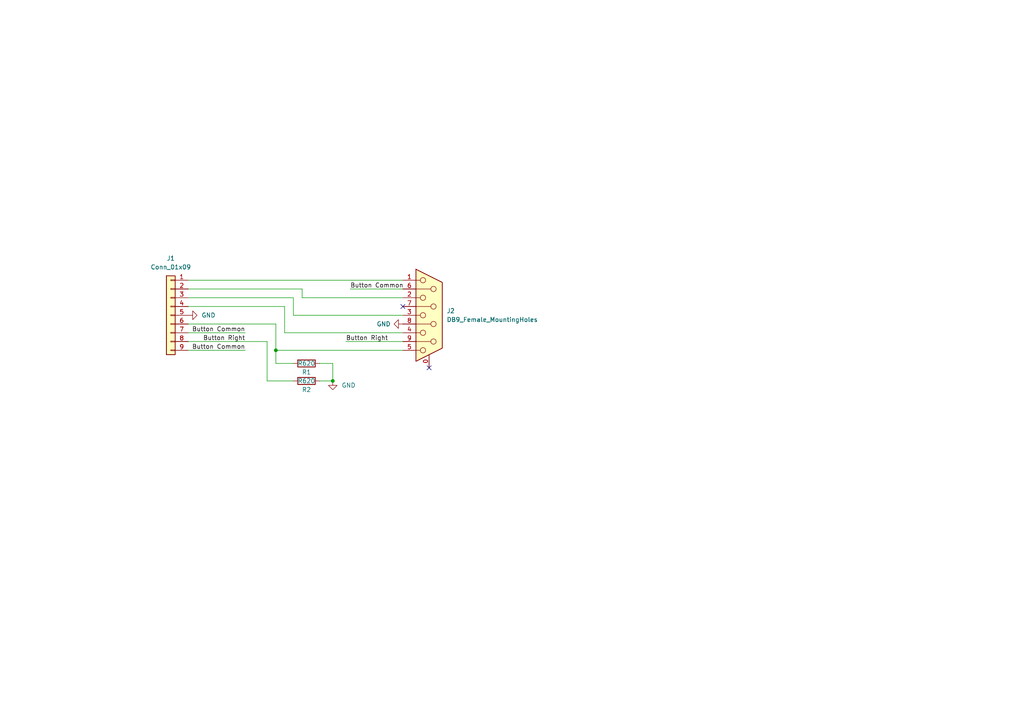
<source format=kicad_sch>
(kicad_sch (version 20211123) (generator eeschema)
  (paper "A4")
  (lib_symbols
    (symbol "Connector:DB9_Female_MountingHoles" (pin_names (offset 1.016) hide)
      (property "Reference" "J" (at 0 16.51 0))
      (property "Value" "DB9_Female_MountingHoles" (at 0 14.605 0))
      (symbol "DB9_Female_MountingHoles_0_1"
        (circle (center -1.778 -10.16) (radius 0.762))
        (circle (center -1.778 -5.08) (radius 0.762))
        (circle (center -1.778 0) (radius 0.762))
        (circle (center -1.778 5.08) (radius 0.762))
        (circle (center -1.778 10.16) (radius 0.762))
        (polyline (pts (xy -3.81 -10.16) (xy -2.54 -10.16)))
        (polyline (pts (xy -3.81 -7.62) (xy 0.508 -7.62)))
        (polyline (pts (xy -3.81 -5.08) (xy -2.54 -5.08)))
        (polyline (pts (xy -3.81 -2.54) (xy 0.508 -2.54)))
        (polyline (pts (xy -3.81 0) (xy -2.54 0)))
        (polyline (pts (xy -3.81 2.54) (xy 0.508 2.54)))
        (polyline (pts (xy -3.81 5.08) (xy -2.54 5.08)))
        (polyline (pts (xy -3.81 7.62) (xy 0.508 7.62)))
        (polyline (pts (xy -3.81 10.16) (xy -2.54 10.16)))
        (polyline (pts (xy -3.81 13.335) (xy -3.81 -13.335) (xy 3.81 -9.525) (xy 3.81 9.525) (xy -3.81 13.335)) (stroke (width 0.254)) (fill (type background)))
        (circle (center 1.27 -7.62) (radius 0.762))
        (circle (center 1.27 -2.54) (radius 0.762))
        (circle (center 1.27 2.54) (radius 0.762))
        (circle (center 1.27 7.62) (radius 0.762))
      )
      (symbol "DB9_Female_MountingHoles_1_1"
        (pin passive line (at 0 -15.24 90) (length 3.81) (name "PAD") (number "0"))
        (pin passive line (at -7.62 10.16 0) (length 3.81) (name "1") (number "1"))
        (pin passive line (at -7.62 5.08 0) (length 3.81) (name "2") (number "2"))
        (pin passive line (at -7.62 0 0) (length 3.81) (name "3") (number "3"))
        (pin passive line (at -7.62 -5.08 0) (length 3.81) (name "4") (number "4"))
        (pin passive line (at -7.62 -10.16 0) (length 3.81) (name "5") (number "5"))
        (pin passive line (at -7.62 7.62 0) (length 3.81) (name "6") (number "6"))
        (pin passive line (at -7.62 2.54 0) (length 3.81) (name "7") (number "7"))
        (pin passive line (at -7.62 -2.54 0) (length 3.81) (name "8") (number "8"))
        (pin passive line (at -7.62 -7.62 0) (length 3.81) (name "9") (number "9"))
      )
    )
    (symbol "Connector_Generic:Conn_01x09" (pin_names (offset 1.016) hide)
      (property "Reference" "J" (at 0 12.7 0))
      (property "Value" "Conn_01x09" (at 0 -12.7 0))
      (symbol "Conn_01x09_1_1"
        (rectangle (start -1.27 -10.033) (end 0 -10.287) (stroke (width 0.1524)))
        (rectangle (start -1.27 -7.493) (end 0 -7.747) (stroke (width 0.1524)))
        (rectangle (start -1.27 -4.953) (end 0 -5.207) (stroke (width 0.1524)))
        (rectangle (start -1.27 -2.413) (end 0 -2.667) (stroke (width 0.1524)))
        (rectangle (start -1.27 0.127) (end 0 -0.127) (stroke (width 0.1524)))
        (rectangle (start -1.27 2.667) (end 0 2.413) (stroke (width 0.1524)))
        (rectangle (start -1.27 5.207) (end 0 4.953) (stroke (width 0.1524)))
        (rectangle (start -1.27 7.747) (end 0 7.493) (stroke (width 0.1524)))
        (rectangle (start -1.27 10.287) (end 0 10.033) (stroke (width 0.1524)))
        (rectangle (start -1.27 11.43) (end 1.27 -11.43) (stroke (width 0.254)) (fill (type background)))
        (pin passive line (at -5.08 10.16 0) (length 3.81) (name "Pin_1") (number "1"))
        (pin passive line (at -5.08 7.62 0) (length 3.81) (name "Pin_2") (number "2"))
        (pin passive line (at -5.08 5.08 0) (length 3.81) (name "Pin_3") (number "3"))
        (pin passive line (at -5.08 2.54 0) (length 3.81) (name "Pin_4") (number "4"))
        (pin passive line (at -5.08 0 0) (length 3.81) (name "Pin_5") (number "5"))
        (pin passive line (at -5.08 -2.54 0) (length 3.81) (name "Pin_6") (number "6"))
        (pin passive line (at -5.08 -5.08 0) (length 3.81) (name "Pin_7") (number "7"))
        (pin passive line (at -5.08 -7.62 0) (length 3.81) (name "Pin_8") (number "8"))
        (pin passive line (at -5.08 -10.16 0) (length 3.81) (name "Pin_9") (number "9"))
      )
    )
    (symbol "Device:R" (pin_numbers hide) (pin_names (offset 0))
      (property "Reference" "R" (at 2.032 0 90))
      (property "Value" "R" (at 0 0 90))
      (symbol "R_0_1"
        (rectangle (start -1.016 -2.54) (end 1.016 2.54) (stroke (width 0.254)))
      )
      (symbol "R_1_1"
        (pin passive line (at 0 3.81 270) (length 1.27) (name "~") (number "1"))
        (pin passive line (at 0 -3.81 90) (length 1.27) (name "~") (number "2"))
      )
    )
    (symbol "power:GND" (power) (pin_names (offset 0))
      (property "Value" "GND" (at 0 -3.81 0))
      (symbol "GND_0_1"
        (polyline (pts (xy 0 0) (xy 0 -1.27) (xy 1.27 -1.27) (xy 0 -2.54) (xy -1.27 -1.27) (xy 0 -1.27)))
      )
      (symbol "GND_1_1"
        (pin power_in line (at 0 0 270) (length 0) hide (name "GND") (number "1"))
      )
    )
  )
  (junction (at 96.52 110.49))
  (junction (at 80.01 101.6))
  (no_connect (at 116.84 88.9))
  (no_connect (at 124.46 106.68))
  (wire (pts (xy 54.61 96.52) (xy 71.12 96.52)))
  (wire (pts (xy 100.33 99.06) (xy 116.84 99.06)))
  (wire (pts (xy 82.55 96.52) (xy 82.55 88.9)))
  (wire (pts (xy 54.61 101.6) (xy 71.12 101.6)))
  (wire (pts (xy 87.63 86.36) (xy 87.63 83.82)))
  (wire (pts (xy 101.6 83.82) (xy 116.84 83.82)))
  (wire (pts (xy 96.52 105.41) (xy 92.71 105.41)))
  (wire (pts (xy 54.61 93.98) (xy 80.01 93.98)))
  (wire (pts (xy 77.47 110.49) (xy 85.09 110.49)))
  (wire (pts (xy 85.09 91.44) (xy 85.09 86.36)))
  (wire (pts (xy 80.01 101.6) (xy 116.84 101.6)))
  (wire (pts (xy 87.63 83.82) (xy 54.61 83.82)))
  (wire (pts (xy 82.55 88.9) (xy 54.61 88.9)))
  (wire (pts (xy 116.84 86.36) (xy 87.63 86.36)))
  (wire (pts (xy 54.61 81.28) (xy 116.84 81.28)))
  (wire (pts (xy 80.01 93.98) (xy 80.01 101.6)))
  (wire (pts (xy 54.61 99.06) (xy 77.47 99.06)))
  (wire (pts (xy 116.84 96.52) (xy 82.55 96.52)))
  (wire (pts (xy 92.71 110.49) (xy 96.52 110.49)))
  (wire (pts (xy 77.47 99.06) (xy 77.47 110.49)))
  (wire (pts (xy 80.01 101.6) (xy 80.01 105.41)))
  (wire (pts (xy 96.52 110.49) (xy 96.52 105.41)))
  (wire (pts (xy 85.09 86.36) (xy 54.61 86.36)))
  (wire (pts (xy 85.09 105.41) (xy 80.01 105.41)))
  (wire (pts (xy 116.84 91.44) (xy 85.09 91.44)))
  (label "Button Common" (at 71.12 101.6 180))
  (label "Button Common" (at 71.12 96.52 180))
  (label "Button Right" (at 71.12 99.06 180))
  (label "Button Right" (at 100.33 99.06 0))
  (label "Button Common" (at 101.6 83.82 0))
  (symbol (lib_id "Connector_Generic:Conn_01x09") (at 49.53 91.44 0) (mirror y) (unit 1)
    (property "Reference" "J1" (at 49.53 74.93 0))
    (property "Value" "Conn_01x09" (at 49.53 77.47 0))
    (property "Footprint" "Connector_PinHeader_2.54mm:PinHeader_1x09_P2.54mm_Vertical" (effects hide))
  )
  (symbol (lib_id "power:GND") (at 96.52 110.49 0) (unit 1)
    (property "Reference" "#PWR02" (effects hide))
    (property "Value" "GND" (at 99.06 111.7599 0) (effects (justify left)))
  )
  (symbol (lib_id "Device:R") (at 88.9 105.41 90) (unit 1)
    (property "Reference" "R1" (at 88.9 107.95 90))
    (property "Value" "R620" (at 88.9 105.41 90))
    (property "Footprint" "Resistor_THT:R_Axial_DIN0309_L9.0mm_D3.2mm_P12.70mm_Horizontal" (effects hide))
  )
  (symbol (lib_id "Device:R") (at 88.9 110.49 90) (unit 1)
    (property "Reference" "R2" (at 88.9 113.03 90))
    (property "Value" "R620" (at 88.9 110.49 90))
    (property "Footprint" "Resistor_THT:R_Axial_DIN0309_L9.0mm_D3.2mm_P12.70mm_Horizontal" (effects hide))
  )
  (symbol (lib_id "power:GND") (at 54.61 91.44 90) (unit 1)
    (property "Reference" "#PWR01" (effects hide))
    (property "Value" "GND" (at 58.42 91.4399 90) (effects (justify right)))
  )
  (symbol (lib_id "Connector:DB9_Female_MountingHoles") (at 124.46 91.44 0) (unit 1)
    (property "Reference" "J2" (at 129.54 90.1699 0) (effects (justify left)))
    (property "Value" "DB9_Female_MountingHoles" (at 129.54 92.7099 0) (effects (justify left)))
    (property "Footprint" "Connector_Dsub:DSUB-9_Female_Horizontal_P2.77x2.84mm_EdgePinOffset4.94mm_Housed_MountingHolesOffset7.48mm" (effects hide))
    (property "Datasheet" " ~" (effects hide))
  )
  (symbol (lib_id "power:GND") (at 116.84 93.98 270) (unit 1)
    (property "Reference" "#PWR03" (effects hide))
    (property "Value" "GND" (at 109.22 93.98 90) (effects (justify left)))
  )
)
</source>
